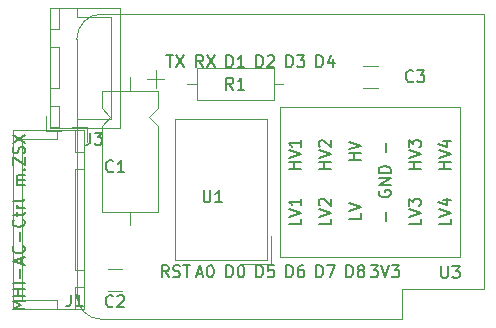
<source format=gto>
G04 #@! TF.GenerationSoftware,KiCad,Pcbnew,6.0.11-2627ca5db0~126~ubuntu22.04.1*
G04 #@! TF.CreationDate,2023-02-08T11:56:42+02:00*
G04 #@! TF.ProjectId,MHI-AC-CTRL,4d48492d-4143-42d4-9354-524c2e6b6963,v2.3*
G04 #@! TF.SameCoordinates,Original*
G04 #@! TF.FileFunction,Legend,Top*
G04 #@! TF.FilePolarity,Positive*
%FSLAX46Y46*%
G04 Gerber Fmt 4.6, Leading zero omitted, Abs format (unit mm)*
G04 Created by KiCad (PCBNEW 6.0.11-2627ca5db0~126~ubuntu22.04.1) date 2023-02-08 11:56:42*
%MOMM*%
%LPD*%
G01*
G04 APERTURE LIST*
%ADD10C,0.150000*%
%ADD11C,0.120000*%
G04 APERTURE END LIST*
D10*
X81224380Y-62857733D02*
X80224380Y-62857733D01*
X80938666Y-62524400D01*
X80224380Y-62191066D01*
X81224380Y-62191066D01*
X81224380Y-61714876D02*
X80224380Y-61714876D01*
X80700571Y-61714876D02*
X80700571Y-61143447D01*
X81224380Y-61143447D02*
X80224380Y-61143447D01*
X81224380Y-60667257D02*
X80224380Y-60667257D01*
X80843428Y-60191066D02*
X80843428Y-59429161D01*
X80938666Y-59000590D02*
X80938666Y-58524400D01*
X81224380Y-59095828D02*
X80224380Y-58762495D01*
X81224380Y-58429161D01*
X81129142Y-57524400D02*
X81176761Y-57572019D01*
X81224380Y-57714876D01*
X81224380Y-57810114D01*
X81176761Y-57952971D01*
X81081523Y-58048209D01*
X80986285Y-58095828D01*
X80795809Y-58143447D01*
X80652952Y-58143447D01*
X80462476Y-58095828D01*
X80367238Y-58048209D01*
X80272000Y-57952971D01*
X80224380Y-57810114D01*
X80224380Y-57714876D01*
X80272000Y-57572019D01*
X80319619Y-57524400D01*
X80843428Y-57095828D02*
X80843428Y-56333923D01*
X81129142Y-55286304D02*
X81176761Y-55333923D01*
X81224380Y-55476780D01*
X81224380Y-55572019D01*
X81176761Y-55714876D01*
X81081523Y-55810114D01*
X80986285Y-55857733D01*
X80795809Y-55905352D01*
X80652952Y-55905352D01*
X80462476Y-55857733D01*
X80367238Y-55810114D01*
X80272000Y-55714876D01*
X80224380Y-55572019D01*
X80224380Y-55476780D01*
X80272000Y-55333923D01*
X80319619Y-55286304D01*
X80557714Y-55000590D02*
X80557714Y-54619638D01*
X80224380Y-54857733D02*
X81081523Y-54857733D01*
X81176761Y-54810114D01*
X81224380Y-54714876D01*
X81224380Y-54619638D01*
X81224380Y-54286304D02*
X80557714Y-54286304D01*
X80748190Y-54286304D02*
X80652952Y-54238685D01*
X80605333Y-54191066D01*
X80557714Y-54095828D01*
X80557714Y-54000590D01*
X81224380Y-53524400D02*
X81176761Y-53619638D01*
X81081523Y-53667257D01*
X80224380Y-53667257D01*
X81224380Y-52381542D02*
X80557714Y-52381542D01*
X80652952Y-52381542D02*
X80605333Y-52333923D01*
X80557714Y-52238685D01*
X80557714Y-52095828D01*
X80605333Y-52000590D01*
X80700571Y-51952971D01*
X81224380Y-51952971D01*
X80700571Y-51952971D02*
X80605333Y-51905352D01*
X80557714Y-51810114D01*
X80557714Y-51667257D01*
X80605333Y-51572019D01*
X80700571Y-51524400D01*
X81224380Y-51524400D01*
X81129142Y-51048209D02*
X81176761Y-51000590D01*
X81224380Y-51048209D01*
X81176761Y-51095828D01*
X81129142Y-51048209D01*
X81224380Y-51048209D01*
X80224380Y-50667257D02*
X80224380Y-50000590D01*
X81224380Y-50667257D01*
X81224380Y-50000590D01*
X81176761Y-49667257D02*
X81224380Y-49524400D01*
X81224380Y-49286304D01*
X81176761Y-49191066D01*
X81129142Y-49143447D01*
X81033904Y-49095828D01*
X80938666Y-49095828D01*
X80843428Y-49143447D01*
X80795809Y-49191066D01*
X80748190Y-49286304D01*
X80700571Y-49476780D01*
X80652952Y-49572019D01*
X80605333Y-49619638D01*
X80510095Y-49667257D01*
X80414857Y-49667257D01*
X80319619Y-49619638D01*
X80272000Y-49572019D01*
X80224380Y-49476780D01*
X80224380Y-49238685D01*
X80272000Y-49095828D01*
X80224380Y-48762495D02*
X81224380Y-48095828D01*
X80224380Y-48095828D02*
X81224380Y-48762495D01*
X86776066Y-47926380D02*
X86776066Y-48640666D01*
X86728447Y-48783523D01*
X86633209Y-48878761D01*
X86490352Y-48926380D01*
X86395114Y-48926380D01*
X87157019Y-47926380D02*
X87776066Y-47926380D01*
X87442733Y-48307333D01*
X87585590Y-48307333D01*
X87680828Y-48354952D01*
X87728447Y-48402571D01*
X87776066Y-48497809D01*
X87776066Y-48735904D01*
X87728447Y-48831142D01*
X87680828Y-48878761D01*
X87585590Y-48926380D01*
X87299876Y-48926380D01*
X87204638Y-48878761D01*
X87157019Y-48831142D01*
X96393095Y-52792380D02*
X96393095Y-53601904D01*
X96440714Y-53697142D01*
X96488333Y-53744761D01*
X96583571Y-53792380D01*
X96774047Y-53792380D01*
X96869285Y-53744761D01*
X96916904Y-53697142D01*
X96964523Y-53601904D01*
X96964523Y-52792380D01*
X97964523Y-53792380D02*
X97393095Y-53792380D01*
X97678809Y-53792380D02*
X97678809Y-52792380D01*
X97583571Y-52935238D01*
X97488333Y-53030476D01*
X97393095Y-53078095D01*
X85152866Y-61631580D02*
X85152866Y-62345866D01*
X85105247Y-62488723D01*
X85010009Y-62583961D01*
X84867152Y-62631580D01*
X84771914Y-62631580D01*
X86152866Y-62631580D02*
X85581438Y-62631580D01*
X85867152Y-62631580D02*
X85867152Y-61631580D01*
X85771914Y-61774438D01*
X85676676Y-61869676D01*
X85581438Y-61917295D01*
X116488095Y-59222380D02*
X116488095Y-60031904D01*
X116535714Y-60127142D01*
X116583333Y-60174761D01*
X116678571Y-60222380D01*
X116869047Y-60222380D01*
X116964285Y-60174761D01*
X117011904Y-60127142D01*
X117059523Y-60031904D01*
X117059523Y-59222380D01*
X117440476Y-59222380D02*
X118059523Y-59222380D01*
X117726190Y-59603333D01*
X117869047Y-59603333D01*
X117964285Y-59650952D01*
X118011904Y-59698571D01*
X118059523Y-59793809D01*
X118059523Y-60031904D01*
X118011904Y-60127142D01*
X117964285Y-60174761D01*
X117869047Y-60222380D01*
X117583333Y-60222380D01*
X117488095Y-60174761D01*
X117440476Y-60127142D01*
X104592380Y-55205238D02*
X104592380Y-55681428D01*
X103592380Y-55681428D01*
X103592380Y-55014761D02*
X104592380Y-54681428D01*
X103592380Y-54348095D01*
X104592380Y-53490952D02*
X104592380Y-54062380D01*
X104592380Y-53776666D02*
X103592380Y-53776666D01*
X103735238Y-53871904D01*
X103830476Y-53967142D01*
X103878095Y-54062380D01*
X109672380Y-54729047D02*
X109672380Y-55205238D01*
X108672380Y-55205238D01*
X108672380Y-54538571D02*
X109672380Y-54205238D01*
X108672380Y-53871904D01*
X117292380Y-55205238D02*
X117292380Y-55681428D01*
X116292380Y-55681428D01*
X116292380Y-55014761D02*
X117292380Y-54681428D01*
X116292380Y-54348095D01*
X116625714Y-53586190D02*
X117292380Y-53586190D01*
X116244761Y-53824285D02*
X116959047Y-54062380D01*
X116959047Y-53443333D01*
X114752380Y-55205238D02*
X114752380Y-55681428D01*
X113752380Y-55681428D01*
X113752380Y-55014761D02*
X114752380Y-54681428D01*
X113752380Y-54348095D01*
X113752380Y-54110000D02*
X113752380Y-53490952D01*
X114133333Y-53824285D01*
X114133333Y-53681428D01*
X114180952Y-53586190D01*
X114228571Y-53538571D01*
X114323809Y-53490952D01*
X114561904Y-53490952D01*
X114657142Y-53538571D01*
X114704761Y-53586190D01*
X114752380Y-53681428D01*
X114752380Y-53967142D01*
X114704761Y-54062380D01*
X114657142Y-54110000D01*
X107132380Y-50974476D02*
X106132380Y-50974476D01*
X106608571Y-50974476D02*
X106608571Y-50403047D01*
X107132380Y-50403047D02*
X106132380Y-50403047D01*
X106132380Y-50069714D02*
X107132380Y-49736380D01*
X106132380Y-49403047D01*
X106227619Y-49117333D02*
X106180000Y-49069714D01*
X106132380Y-48974476D01*
X106132380Y-48736380D01*
X106180000Y-48641142D01*
X106227619Y-48593523D01*
X106322857Y-48545904D01*
X106418095Y-48545904D01*
X106560952Y-48593523D01*
X107132380Y-49164952D01*
X107132380Y-48545904D01*
X111831428Y-55355714D02*
X111831428Y-54593809D01*
X111260000Y-52831904D02*
X111212380Y-52927142D01*
X111212380Y-53070000D01*
X111260000Y-53212857D01*
X111355238Y-53308095D01*
X111450476Y-53355714D01*
X111640952Y-53403333D01*
X111783809Y-53403333D01*
X111974285Y-53355714D01*
X112069523Y-53308095D01*
X112164761Y-53212857D01*
X112212380Y-53070000D01*
X112212380Y-52974761D01*
X112164761Y-52831904D01*
X112117142Y-52784285D01*
X111783809Y-52784285D01*
X111783809Y-52974761D01*
X112212380Y-52355714D02*
X111212380Y-52355714D01*
X112212380Y-51784285D01*
X111212380Y-51784285D01*
X112212380Y-51308095D02*
X111212380Y-51308095D01*
X111212380Y-51070000D01*
X111260000Y-50927142D01*
X111355238Y-50831904D01*
X111450476Y-50784285D01*
X111640952Y-50736666D01*
X111783809Y-50736666D01*
X111974285Y-50784285D01*
X112069523Y-50831904D01*
X112164761Y-50927142D01*
X112212380Y-51070000D01*
X112212380Y-51308095D01*
X111831428Y-49546190D02*
X111831428Y-48784285D01*
X114752380Y-50974476D02*
X113752380Y-50974476D01*
X114228571Y-50974476D02*
X114228571Y-50403047D01*
X114752380Y-50403047D02*
X113752380Y-50403047D01*
X113752380Y-50069714D02*
X114752380Y-49736380D01*
X113752380Y-49403047D01*
X113752380Y-49164952D02*
X113752380Y-48545904D01*
X114133333Y-48879238D01*
X114133333Y-48736380D01*
X114180952Y-48641142D01*
X114228571Y-48593523D01*
X114323809Y-48545904D01*
X114561904Y-48545904D01*
X114657142Y-48593523D01*
X114704761Y-48641142D01*
X114752380Y-48736380D01*
X114752380Y-49022095D01*
X114704761Y-49117333D01*
X114657142Y-49164952D01*
X117292380Y-50974476D02*
X116292380Y-50974476D01*
X116768571Y-50974476D02*
X116768571Y-50403047D01*
X117292380Y-50403047D02*
X116292380Y-50403047D01*
X116292380Y-50069714D02*
X117292380Y-49736380D01*
X116292380Y-49403047D01*
X116625714Y-48641142D02*
X117292380Y-48641142D01*
X116244761Y-48879238D02*
X116959047Y-49117333D01*
X116959047Y-48498285D01*
X104592380Y-50974476D02*
X103592380Y-50974476D01*
X104068571Y-50974476D02*
X104068571Y-50403047D01*
X104592380Y-50403047D02*
X103592380Y-50403047D01*
X103592380Y-50069714D02*
X104592380Y-49736380D01*
X103592380Y-49403047D01*
X104592380Y-48545904D02*
X104592380Y-49117333D01*
X104592380Y-48831619D02*
X103592380Y-48831619D01*
X103735238Y-48926857D01*
X103830476Y-49022095D01*
X103878095Y-49117333D01*
X107132380Y-55205238D02*
X107132380Y-55681428D01*
X106132380Y-55681428D01*
X106132380Y-55014761D02*
X107132380Y-54681428D01*
X106132380Y-54348095D01*
X106227619Y-54062380D02*
X106180000Y-54014761D01*
X106132380Y-53919523D01*
X106132380Y-53681428D01*
X106180000Y-53586190D01*
X106227619Y-53538571D01*
X106322857Y-53490952D01*
X106418095Y-53490952D01*
X106560952Y-53538571D01*
X107132380Y-54110000D01*
X107132380Y-53490952D01*
X109672380Y-50244285D02*
X108672380Y-50244285D01*
X109148571Y-50244285D02*
X109148571Y-49672857D01*
X109672380Y-49672857D02*
X108672380Y-49672857D01*
X108672380Y-49339523D02*
X109672380Y-49006190D01*
X108672380Y-48672857D01*
X100861904Y-60142380D02*
X100861904Y-59142380D01*
X101100000Y-59142380D01*
X101242857Y-59190000D01*
X101338095Y-59285238D01*
X101385714Y-59380476D01*
X101433333Y-59570952D01*
X101433333Y-59713809D01*
X101385714Y-59904285D01*
X101338095Y-59999523D01*
X101242857Y-60094761D01*
X101100000Y-60142380D01*
X100861904Y-60142380D01*
X102338095Y-59142380D02*
X101861904Y-59142380D01*
X101814285Y-59618571D01*
X101861904Y-59570952D01*
X101957142Y-59523333D01*
X102195238Y-59523333D01*
X102290476Y-59570952D01*
X102338095Y-59618571D01*
X102385714Y-59713809D01*
X102385714Y-59951904D01*
X102338095Y-60047142D01*
X102290476Y-60094761D01*
X102195238Y-60142380D01*
X101957142Y-60142380D01*
X101861904Y-60094761D01*
X101814285Y-60047142D01*
X110521904Y-59142380D02*
X111140952Y-59142380D01*
X110807619Y-59523333D01*
X110950476Y-59523333D01*
X111045714Y-59570952D01*
X111093333Y-59618571D01*
X111140952Y-59713809D01*
X111140952Y-59951904D01*
X111093333Y-60047142D01*
X111045714Y-60094761D01*
X110950476Y-60142380D01*
X110664761Y-60142380D01*
X110569523Y-60094761D01*
X110521904Y-60047142D01*
X111426666Y-59142380D02*
X111760000Y-60142380D01*
X112093333Y-59142380D01*
X112331428Y-59142380D02*
X112950476Y-59142380D01*
X112617142Y-59523333D01*
X112760000Y-59523333D01*
X112855238Y-59570952D01*
X112902857Y-59618571D01*
X112950476Y-59713809D01*
X112950476Y-59951904D01*
X112902857Y-60047142D01*
X112855238Y-60094761D01*
X112760000Y-60142380D01*
X112474285Y-60142380D01*
X112379047Y-60094761D01*
X112331428Y-60047142D01*
X93432380Y-60142380D02*
X93099047Y-59666190D01*
X92860952Y-60142380D02*
X92860952Y-59142380D01*
X93241904Y-59142380D01*
X93337142Y-59190000D01*
X93384761Y-59237619D01*
X93432380Y-59332857D01*
X93432380Y-59475714D01*
X93384761Y-59570952D01*
X93337142Y-59618571D01*
X93241904Y-59666190D01*
X92860952Y-59666190D01*
X93813333Y-60094761D02*
X93956190Y-60142380D01*
X94194285Y-60142380D01*
X94289523Y-60094761D01*
X94337142Y-60047142D01*
X94384761Y-59951904D01*
X94384761Y-59856666D01*
X94337142Y-59761428D01*
X94289523Y-59713809D01*
X94194285Y-59666190D01*
X94003809Y-59618571D01*
X93908571Y-59570952D01*
X93860952Y-59523333D01*
X93813333Y-59428095D01*
X93813333Y-59332857D01*
X93860952Y-59237619D01*
X93908571Y-59190000D01*
X94003809Y-59142380D01*
X94241904Y-59142380D01*
X94384761Y-59190000D01*
X94670476Y-59142380D02*
X95241904Y-59142380D01*
X94956190Y-60142380D02*
X94956190Y-59142380D01*
X105941904Y-60142380D02*
X105941904Y-59142380D01*
X106180000Y-59142380D01*
X106322857Y-59190000D01*
X106418095Y-59285238D01*
X106465714Y-59380476D01*
X106513333Y-59570952D01*
X106513333Y-59713809D01*
X106465714Y-59904285D01*
X106418095Y-59999523D01*
X106322857Y-60094761D01*
X106180000Y-60142380D01*
X105941904Y-60142380D01*
X106846666Y-59142380D02*
X107513333Y-59142380D01*
X107084761Y-60142380D01*
X98321904Y-42362380D02*
X98321904Y-41362380D01*
X98560000Y-41362380D01*
X98702857Y-41410000D01*
X98798095Y-41505238D01*
X98845714Y-41600476D01*
X98893333Y-41790952D01*
X98893333Y-41933809D01*
X98845714Y-42124285D01*
X98798095Y-42219523D01*
X98702857Y-42314761D01*
X98560000Y-42362380D01*
X98321904Y-42362380D01*
X99845714Y-42362380D02*
X99274285Y-42362380D01*
X99560000Y-42362380D02*
X99560000Y-41362380D01*
X99464761Y-41505238D01*
X99369523Y-41600476D01*
X99274285Y-41648095D01*
X98321904Y-60142380D02*
X98321904Y-59142380D01*
X98560000Y-59142380D01*
X98702857Y-59190000D01*
X98798095Y-59285238D01*
X98845714Y-59380476D01*
X98893333Y-59570952D01*
X98893333Y-59713809D01*
X98845714Y-59904285D01*
X98798095Y-59999523D01*
X98702857Y-60094761D01*
X98560000Y-60142380D01*
X98321904Y-60142380D01*
X99512380Y-59142380D02*
X99607619Y-59142380D01*
X99702857Y-59190000D01*
X99750476Y-59237619D01*
X99798095Y-59332857D01*
X99845714Y-59523333D01*
X99845714Y-59761428D01*
X99798095Y-59951904D01*
X99750476Y-60047142D01*
X99702857Y-60094761D01*
X99607619Y-60142380D01*
X99512380Y-60142380D01*
X99417142Y-60094761D01*
X99369523Y-60047142D01*
X99321904Y-59951904D01*
X99274285Y-59761428D01*
X99274285Y-59523333D01*
X99321904Y-59332857D01*
X99369523Y-59237619D01*
X99417142Y-59190000D01*
X99512380Y-59142380D01*
X93218095Y-41362380D02*
X93789523Y-41362380D01*
X93503809Y-42362380D02*
X93503809Y-41362380D01*
X94027619Y-41362380D02*
X94694285Y-42362380D01*
X94694285Y-41362380D02*
X94027619Y-42362380D01*
X103401904Y-42362380D02*
X103401904Y-41362380D01*
X103640000Y-41362380D01*
X103782857Y-41410000D01*
X103878095Y-41505238D01*
X103925714Y-41600476D01*
X103973333Y-41790952D01*
X103973333Y-41933809D01*
X103925714Y-42124285D01*
X103878095Y-42219523D01*
X103782857Y-42314761D01*
X103640000Y-42362380D01*
X103401904Y-42362380D01*
X104306666Y-41362380D02*
X104925714Y-41362380D01*
X104592380Y-41743333D01*
X104735238Y-41743333D01*
X104830476Y-41790952D01*
X104878095Y-41838571D01*
X104925714Y-41933809D01*
X104925714Y-42171904D01*
X104878095Y-42267142D01*
X104830476Y-42314761D01*
X104735238Y-42362380D01*
X104449523Y-42362380D01*
X104354285Y-42314761D01*
X104306666Y-42267142D01*
X108481904Y-60142380D02*
X108481904Y-59142380D01*
X108720000Y-59142380D01*
X108862857Y-59190000D01*
X108958095Y-59285238D01*
X109005714Y-59380476D01*
X109053333Y-59570952D01*
X109053333Y-59713809D01*
X109005714Y-59904285D01*
X108958095Y-59999523D01*
X108862857Y-60094761D01*
X108720000Y-60142380D01*
X108481904Y-60142380D01*
X109624761Y-59570952D02*
X109529523Y-59523333D01*
X109481904Y-59475714D01*
X109434285Y-59380476D01*
X109434285Y-59332857D01*
X109481904Y-59237619D01*
X109529523Y-59190000D01*
X109624761Y-59142380D01*
X109815238Y-59142380D01*
X109910476Y-59190000D01*
X109958095Y-59237619D01*
X110005714Y-59332857D01*
X110005714Y-59380476D01*
X109958095Y-59475714D01*
X109910476Y-59523333D01*
X109815238Y-59570952D01*
X109624761Y-59570952D01*
X109529523Y-59618571D01*
X109481904Y-59666190D01*
X109434285Y-59761428D01*
X109434285Y-59951904D01*
X109481904Y-60047142D01*
X109529523Y-60094761D01*
X109624761Y-60142380D01*
X109815238Y-60142380D01*
X109910476Y-60094761D01*
X109958095Y-60047142D01*
X110005714Y-59951904D01*
X110005714Y-59761428D01*
X109958095Y-59666190D01*
X109910476Y-59618571D01*
X109815238Y-59570952D01*
X96353333Y-42362380D02*
X96020000Y-41886190D01*
X95781904Y-42362380D02*
X95781904Y-41362380D01*
X96162857Y-41362380D01*
X96258095Y-41410000D01*
X96305714Y-41457619D01*
X96353333Y-41552857D01*
X96353333Y-41695714D01*
X96305714Y-41790952D01*
X96258095Y-41838571D01*
X96162857Y-41886190D01*
X95781904Y-41886190D01*
X96686666Y-41362380D02*
X97353333Y-42362380D01*
X97353333Y-41362380D02*
X96686666Y-42362380D01*
X95805714Y-59856666D02*
X96281904Y-59856666D01*
X95710476Y-60142380D02*
X96043809Y-59142380D01*
X96377142Y-60142380D01*
X96900952Y-59142380D02*
X96996190Y-59142380D01*
X97091428Y-59190000D01*
X97139047Y-59237619D01*
X97186666Y-59332857D01*
X97234285Y-59523333D01*
X97234285Y-59761428D01*
X97186666Y-59951904D01*
X97139047Y-60047142D01*
X97091428Y-60094761D01*
X96996190Y-60142380D01*
X96900952Y-60142380D01*
X96805714Y-60094761D01*
X96758095Y-60047142D01*
X96710476Y-59951904D01*
X96662857Y-59761428D01*
X96662857Y-59523333D01*
X96710476Y-59332857D01*
X96758095Y-59237619D01*
X96805714Y-59190000D01*
X96900952Y-59142380D01*
X100861904Y-42362380D02*
X100861904Y-41362380D01*
X101100000Y-41362380D01*
X101242857Y-41410000D01*
X101338095Y-41505238D01*
X101385714Y-41600476D01*
X101433333Y-41790952D01*
X101433333Y-41933809D01*
X101385714Y-42124285D01*
X101338095Y-42219523D01*
X101242857Y-42314761D01*
X101100000Y-42362380D01*
X100861904Y-42362380D01*
X101814285Y-41457619D02*
X101861904Y-41410000D01*
X101957142Y-41362380D01*
X102195238Y-41362380D01*
X102290476Y-41410000D01*
X102338095Y-41457619D01*
X102385714Y-41552857D01*
X102385714Y-41648095D01*
X102338095Y-41790952D01*
X101766666Y-42362380D01*
X102385714Y-42362380D01*
X103401904Y-60142380D02*
X103401904Y-59142380D01*
X103640000Y-59142380D01*
X103782857Y-59190000D01*
X103878095Y-59285238D01*
X103925714Y-59380476D01*
X103973333Y-59570952D01*
X103973333Y-59713809D01*
X103925714Y-59904285D01*
X103878095Y-59999523D01*
X103782857Y-60094761D01*
X103640000Y-60142380D01*
X103401904Y-60142380D01*
X104830476Y-59142380D02*
X104640000Y-59142380D01*
X104544761Y-59190000D01*
X104497142Y-59237619D01*
X104401904Y-59380476D01*
X104354285Y-59570952D01*
X104354285Y-59951904D01*
X104401904Y-60047142D01*
X104449523Y-60094761D01*
X104544761Y-60142380D01*
X104735238Y-60142380D01*
X104830476Y-60094761D01*
X104878095Y-60047142D01*
X104925714Y-59951904D01*
X104925714Y-59713809D01*
X104878095Y-59618571D01*
X104830476Y-59570952D01*
X104735238Y-59523333D01*
X104544761Y-59523333D01*
X104449523Y-59570952D01*
X104401904Y-59618571D01*
X104354285Y-59713809D01*
X105941904Y-42362380D02*
X105941904Y-41362380D01*
X106180000Y-41362380D01*
X106322857Y-41410000D01*
X106418095Y-41505238D01*
X106465714Y-41600476D01*
X106513333Y-41790952D01*
X106513333Y-41933809D01*
X106465714Y-42124285D01*
X106418095Y-42219523D01*
X106322857Y-42314761D01*
X106180000Y-42362380D01*
X105941904Y-42362380D01*
X107370476Y-41695714D02*
X107370476Y-42362380D01*
X107132380Y-41314761D02*
X106894285Y-42029047D01*
X107513333Y-42029047D01*
X114133333Y-43537142D02*
X114085714Y-43584761D01*
X113942857Y-43632380D01*
X113847619Y-43632380D01*
X113704761Y-43584761D01*
X113609523Y-43489523D01*
X113561904Y-43394285D01*
X113514285Y-43203809D01*
X113514285Y-43060952D01*
X113561904Y-42870476D01*
X113609523Y-42775238D01*
X113704761Y-42680000D01*
X113847619Y-42632380D01*
X113942857Y-42632380D01*
X114085714Y-42680000D01*
X114133333Y-42727619D01*
X114466666Y-42632380D02*
X115085714Y-42632380D01*
X114752380Y-43013333D01*
X114895238Y-43013333D01*
X114990476Y-43060952D01*
X115038095Y-43108571D01*
X115085714Y-43203809D01*
X115085714Y-43441904D01*
X115038095Y-43537142D01*
X114990476Y-43584761D01*
X114895238Y-43632380D01*
X114609523Y-43632380D01*
X114514285Y-43584761D01*
X114466666Y-43537142D01*
X98893333Y-44267380D02*
X98560000Y-43791190D01*
X98321904Y-44267380D02*
X98321904Y-43267380D01*
X98702857Y-43267380D01*
X98798095Y-43315000D01*
X98845714Y-43362619D01*
X98893333Y-43457857D01*
X98893333Y-43600714D01*
X98845714Y-43695952D01*
X98798095Y-43743571D01*
X98702857Y-43791190D01*
X98321904Y-43791190D01*
X99845714Y-44267380D02*
X99274285Y-44267380D01*
X99560000Y-44267380D02*
X99560000Y-43267380D01*
X99464761Y-43410238D01*
X99369523Y-43505476D01*
X99274285Y-43553095D01*
X88733333Y-51157142D02*
X88685714Y-51204761D01*
X88542857Y-51252380D01*
X88447619Y-51252380D01*
X88304761Y-51204761D01*
X88209523Y-51109523D01*
X88161904Y-51014285D01*
X88114285Y-50823809D01*
X88114285Y-50680952D01*
X88161904Y-50490476D01*
X88209523Y-50395238D01*
X88304761Y-50300000D01*
X88447619Y-50252380D01*
X88542857Y-50252380D01*
X88685714Y-50300000D01*
X88733333Y-50347619D01*
X89685714Y-51252380D02*
X89114285Y-51252380D01*
X89400000Y-51252380D02*
X89400000Y-50252380D01*
X89304761Y-50395238D01*
X89209523Y-50490476D01*
X89114285Y-50538095D01*
X88713333Y-62587142D02*
X88665714Y-62634761D01*
X88522857Y-62682380D01*
X88427619Y-62682380D01*
X88284761Y-62634761D01*
X88189523Y-62539523D01*
X88141904Y-62444285D01*
X88094285Y-62253809D01*
X88094285Y-62110952D01*
X88141904Y-61920476D01*
X88189523Y-61825238D01*
X88284761Y-61730000D01*
X88427619Y-61682380D01*
X88522857Y-61682380D01*
X88665714Y-61730000D01*
X88713333Y-61777619D01*
X89094285Y-61777619D02*
X89141904Y-61730000D01*
X89237142Y-61682380D01*
X89475238Y-61682380D01*
X89570476Y-61730000D01*
X89618095Y-61777619D01*
X89665714Y-61872857D01*
X89665714Y-61968095D01*
X89618095Y-62110952D01*
X89046666Y-62682380D01*
X89665714Y-62682380D01*
D11*
X89345000Y-37358000D02*
X83375000Y-37358000D01*
X88585000Y-46718000D02*
X88585000Y-42418000D01*
X83385000Y-44168000D02*
X84135000Y-44168000D01*
X83385000Y-39168000D02*
X84135000Y-39168000D01*
X83385000Y-40668000D02*
X83385000Y-44168000D01*
X85635000Y-38118000D02*
X88585000Y-38118000D01*
X84135000Y-40668000D02*
X83385000Y-40668000D01*
X84135000Y-44168000D02*
X84135000Y-40668000D01*
X88585000Y-38118000D02*
X88585000Y-42418000D01*
X85635000Y-46718000D02*
X88585000Y-46718000D01*
X84135000Y-47468000D02*
X84135000Y-45668000D01*
X83385000Y-37368000D02*
X83385000Y-39168000D01*
X83375000Y-37358000D02*
X83375000Y-47478000D01*
X85635000Y-47468000D02*
X85635000Y-46718000D01*
X83385000Y-45668000D02*
X83385000Y-47468000D01*
X89345000Y-47478000D02*
X89345000Y-37358000D01*
X85635000Y-37368000D02*
X85635000Y-38118000D01*
X83375000Y-47478000D02*
X89345000Y-47478000D01*
X84135000Y-37368000D02*
X83385000Y-37368000D01*
X83085000Y-46518000D02*
X83085000Y-47768000D01*
X83385000Y-47468000D02*
X84135000Y-47468000D01*
X84135000Y-39168000D02*
X84135000Y-37368000D01*
X83085000Y-47768000D02*
X84335000Y-47768000D01*
X84135000Y-45668000D02*
X83385000Y-45668000D01*
X93939600Y-58690400D02*
X93939600Y-46750400D01*
X99669600Y-59020400D02*
X102119600Y-59020400D01*
X102119600Y-59020400D02*
X102119600Y-56690400D01*
X101789600Y-46750400D02*
X101789600Y-58690400D01*
X93939600Y-46750400D02*
X101789600Y-46750400D01*
X101789600Y-58690400D02*
X93939600Y-58690400D01*
X85486200Y-47720400D02*
X85486200Y-49520400D01*
X86236200Y-62820400D02*
X86236200Y-61020400D01*
X86246200Y-47710400D02*
X80276200Y-47710400D01*
X86536200Y-47420400D02*
X85286200Y-47420400D01*
X81036200Y-48470400D02*
X81036200Y-55270400D01*
X85486200Y-61020400D02*
X85486200Y-62820400D01*
X85486200Y-51020400D02*
X85486200Y-59520400D01*
X83986200Y-62070400D02*
X81036200Y-62070400D01*
X86536200Y-48670400D02*
X86536200Y-47420400D01*
X86236200Y-49520400D02*
X86236200Y-47720400D01*
X83986200Y-47720400D02*
X83986200Y-48470400D01*
X80276200Y-47710400D02*
X80276200Y-62830400D01*
X86246200Y-62830400D02*
X86246200Y-47710400D01*
X85486200Y-49520400D02*
X86236200Y-49520400D01*
X86236200Y-61020400D02*
X85486200Y-61020400D01*
X81036200Y-62070400D02*
X81036200Y-55270400D01*
X86236200Y-59520400D02*
X86236200Y-51020400D01*
X83986200Y-62820400D02*
X83986200Y-62070400D01*
X86236200Y-47720400D02*
X85486200Y-47720400D01*
X86236200Y-51020400D02*
X85486200Y-51020400D01*
X83986200Y-48470400D02*
X81036200Y-48470400D01*
X80276200Y-62830400D02*
X86246200Y-62830400D01*
X85486200Y-62820400D02*
X86236200Y-62820400D01*
X85486200Y-59520400D02*
X86236200Y-59520400D01*
X118110000Y-58420000D02*
X118110000Y-45720000D01*
X102870000Y-58420000D02*
X118110000Y-58420000D01*
X102870000Y-58420000D02*
X102870000Y-45720000D01*
X102870000Y-45720000D02*
X118110000Y-45720000D01*
X120100000Y-37870000D02*
X87770000Y-37870000D01*
X85640000Y-39990000D02*
X85640000Y-61600000D01*
X120100000Y-61190000D02*
X120100000Y-37870000D01*
X113200000Y-63730000D02*
X87770000Y-63730000D01*
X113200000Y-61190000D02*
X120100000Y-61190000D01*
X113200000Y-63730000D02*
X113200000Y-61190000D01*
X85640000Y-61600000D02*
G75*
G03*
X87770000Y-63730000I2130002J2D01*
G01*
X87770000Y-37870000D02*
G75*
G03*
X85640000Y-40000000I0J-2130000D01*
G01*
X111139000Y-44100000D02*
X109881000Y-44100000D01*
X111139000Y-42260000D02*
X109881000Y-42260000D01*
X95790000Y-42445000D02*
X95790000Y-45185000D01*
X102330000Y-42445000D02*
X95790000Y-42445000D01*
X95790000Y-45185000D02*
X102330000Y-45185000D01*
X103100000Y-43815000D02*
X102330000Y-43815000D01*
X95020000Y-43815000D02*
X95790000Y-43815000D01*
X102330000Y-45185000D02*
X102330000Y-42445000D01*
X93069200Y-43359200D02*
X91569200Y-43359200D01*
X90119200Y-55739200D02*
X90119200Y-54599200D01*
X87749200Y-45859200D02*
X88499200Y-46609200D01*
X92319200Y-42609200D02*
X92319200Y-44109200D01*
X92489200Y-54599200D02*
X87749200Y-54599200D01*
X91739200Y-46609200D02*
X92489200Y-47359200D01*
X87749200Y-47359200D02*
X87749200Y-54599200D01*
X92489200Y-45859200D02*
X91739200Y-46609200D01*
X88499200Y-46609200D02*
X87749200Y-47359200D01*
X92489200Y-47359200D02*
X92489200Y-54599200D01*
X92489200Y-44359200D02*
X87749200Y-44359200D01*
X90119200Y-43219200D02*
X90119200Y-44359200D01*
X87749200Y-44359200D02*
X87749200Y-45859200D01*
X92489200Y-44359200D02*
X92489200Y-45859200D01*
X88251000Y-59481200D02*
X89509000Y-59481200D01*
X88251000Y-61321200D02*
X89509000Y-61321200D01*
M02*

</source>
